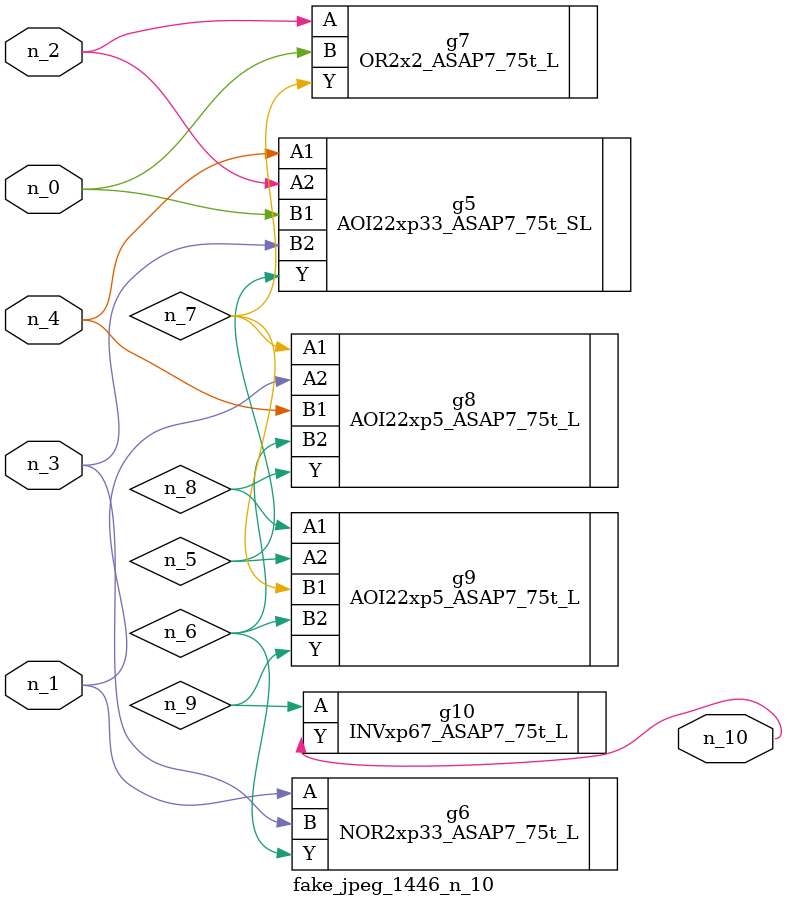
<source format=v>
module fake_jpeg_1446_n_10 (n_3, n_2, n_1, n_0, n_4, n_10);

input n_3;
input n_2;
input n_1;
input n_0;
input n_4;

output n_10;

wire n_8;
wire n_9;
wire n_6;
wire n_5;
wire n_7;

AOI22xp33_ASAP7_75t_SL g5 ( 
.A1(n_4),
.A2(n_2),
.B1(n_0),
.B2(n_3),
.Y(n_5)
);

NOR2xp33_ASAP7_75t_L g6 ( 
.A(n_1),
.B(n_3),
.Y(n_6)
);

OR2x2_ASAP7_75t_L g7 ( 
.A(n_2),
.B(n_0),
.Y(n_7)
);

AOI22xp5_ASAP7_75t_L g8 ( 
.A1(n_7),
.A2(n_1),
.B1(n_4),
.B2(n_6),
.Y(n_8)
);

AOI22xp5_ASAP7_75t_L g9 ( 
.A1(n_8),
.A2(n_5),
.B1(n_7),
.B2(n_6),
.Y(n_9)
);

INVxp67_ASAP7_75t_L g10 ( 
.A(n_9),
.Y(n_10)
);


endmodule
</source>
